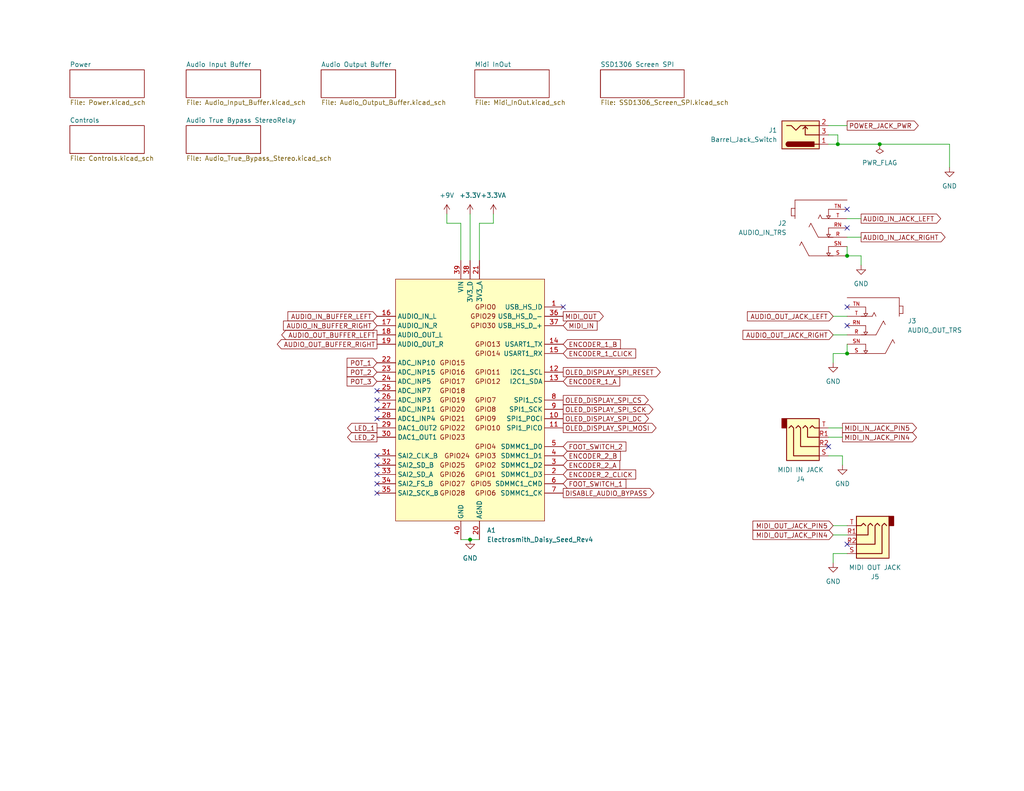
<source format=kicad_sch>
(kicad_sch (version 20230121) (generator eeschema)
  (paper "USLetter")
  (title_block (title "Daisy Seed Guitar Pedal 125B") (date "2023-01-27") (rev "1") (company "Made by Keith Shepherd (kshep@mac.com)") (comment 1 "https://github.com/electro-smith/Hardware/blob/master/reference/daisy_petal/") (comment 2 "Schematic loosly based on the Electro-Smith Daisy Petal Reference Hardware Rev 5"))
  (lib_symbols
    (symbol "Connector:AudioJack4"
      (property "Reference" "J" (at 0 8.89 0))
      (property "Value" "AudioJack4" (at 0 6.35 0))
      (symbol "AudioJack4_0_1"
        (rectangle (start -6.35 -5.08) (end -7.62 -7.62) (stroke (width 0.254)) (fill (type outline)))
        (polyline (pts (xy 0 -5.08) (xy 0.635 -5.715) (xy 1.27 -5.08) (xy 2.54 -5.08)) (stroke (width 0.254)))
        (polyline (pts (xy -5.715 -5.08) (xy -5.08 -5.715) (xy -4.445 -5.08) (xy -4.445 2.54) (xy 2.54 2.54)) (stroke (width 0.254)))
        (polyline (pts (xy -1.905 -5.08) (xy -1.27 -5.715) (xy -0.635 -5.08) (xy -0.635 -2.54) (xy 2.54 -2.54)) (stroke (width 0.254)))
        (polyline (pts (xy 2.54 0) (xy -2.54 0) (xy -2.54 -5.08) (xy -3.175 -5.715) (xy -3.81 -5.08)) (stroke (width 0.254)))
        (rectangle (start 2.54 3.81) (end -6.35 -7.62) (stroke (width 0.254)) (fill (type background)))
      )
      (symbol "AudioJack4_1_1"
        (pin passive line (at 5.08 -2.54 180) (length 2.54) (name "~") (number "R1"))
        (pin passive line (at 5.08 0 180) (length 2.54) (name "~") (number "R2"))
        (pin passive line (at 5.08 2.54 180) (length 2.54) (name "~") (number "S"))
        (pin passive line (at 5.08 -5.08 180) (length 2.54) (name "~") (number "T"))
      )
    )
    (symbol "Connector:Barrel_Jack_Switch" (pin_names hide)
      (property "Reference" "J" (at 0 5.334 0))
      (property "Value" "Barrel_Jack_Switch" (at 0 -5.08 0))
      (symbol "Barrel_Jack_Switch_0_1"
        (rectangle (start -5.08 3.81) (end 5.08 -3.81) (stroke (width 0.254)) (fill (type background)))
        (arc (start -3.302 3.175) (mid -3.9343 2.54) (end -3.302 1.905) (stroke (width 0.254)))
        (arc (start -3.302 3.175) (mid -3.9343 2.54) (end -3.302 1.905) (stroke (width 0.254)) (fill (type outline)))
        (polyline (pts (xy 1.27 -2.286) (xy 1.905 -1.651)) (stroke (width 0.254)))
        (polyline (pts (xy 5.08 2.54) (xy 3.81 2.54)) (stroke (width 0.254)))
        (polyline (pts (xy 5.08 0) (xy 1.27 0) (xy 1.27 -2.286) (xy 0.635 -1.651)) (stroke (width 0.254)))
        (polyline (pts (xy -3.81 -2.54) (xy -2.54 -2.54) (xy -1.27 -1.27) (xy 0 -2.54) (xy 2.54 -2.54) (xy 5.08 -2.54)) (stroke (width 0.254)))
        (rectangle (start 3.683 3.175) (end -3.302 1.905) (stroke (width 0.254)) (fill (type outline)))
      )
      (symbol "Barrel_Jack_Switch_1_1"
        (pin passive line (at 7.62 2.54 180) (length 2.54) (name "~") (number "1"))
        (pin passive line (at 7.62 -2.54 180) (length 2.54) (name "~") (number "2"))
        (pin passive line (at 7.62 0 180) (length 2.54) (name "~") (number "3"))
      )
    )
    (symbol "Electrosmith_Daisy_Seed:Electrosmith_Daisy_Seed_Rev4"
      (property "Reference" "A" (at -20.32 34.29 0))
      (property "Value" "Electrosmith_Daisy_Seed_Rev4" (at 33.02 34.29 0))
      (symbol "Electrosmith_Daisy_Seed_Rev4_0_0"
        (text "GPIO0" (at 1.27 25.4 0) (effects (font (size 1.27 1.27)) (justify left)))
        (text "GPIO1" (at 1.27 -20.32 0) (effects (font (size 1.27 1.27)) (justify left)))
        (text "GPIO10" (at 1.27 -7.62 0) (effects (font (size 1.27 1.27)) (justify left)))
        (text "GPIO11" (at 1.27 7.62 0) (effects (font (size 1.27 1.27)) (justify left)))
        (text "GPIO12" (at 1.27 5.08 0) (effects (font (size 1.27 1.27)) (justify left)))
        (text "GPIO13" (at 1.27 15.24 0) (effects (font (size 1.27 1.27)) (justify left)))
        (text "GPIO14" (at 1.27 12.7 0) (effects (font (size 1.27 1.27)) (justify left)))
        (text "GPIO15" (at -1.27 10.16 0) (effects (font (size 1.27 1.27)) (justify right)))
        (text "GPIO16" (at -1.27 7.62 0) (effects (font (size 1.27 1.27)) (justify right)))
        (text "GPIO17" (at -1.27 5.08 0) (effects (font (size 1.27 1.27)) (justify right)))
        (text "GPIO18" (at -1.27 2.54 0) (effects (font (size 1.27 1.27)) (justify right)))
        (text "GPIO19" (at -1.27 0 0) (effects (font (size 1.27 1.27)) (justify right)))
        (text "GPIO2" (at 1.27 -17.78 0) (effects (font (size 1.27 1.27)) (justify left)))
        (text "GPIO20" (at -1.27 -2.54 0) (effects (font (size 1.27 1.27)) (justify right)))
        (text "GPIO21" (at -1.27 -5.08 0) (effects (font (size 1.27 1.27)) (justify right)))
        (text "GPIO22" (at -1.27 -7.62 0) (effects (font (size 1.27 1.27)) (justify right)))
        (text "GPIO23" (at -1.27 -10.16 0) (effects (font (size 1.27 1.27)) (justify right)))
        (text "GPIO24" (at 0 -15.24 0) (effects (font (size 1.27 1.27)) (justify right)))
        (text "GPIO25" (at -1.27 -17.78 0) (effects (font (size 1.27 1.27)) (justify right)))
        (text "GPIO26" (at -1.27 -20.32 0) (effects (font (size 1.27 1.27)) (justify right)))
        (text "GPIO27" (at -1.27 -22.86 0) (effects (font (size 1.27 1.27)) (justify right)))
        (text "GPIO28" (at -1.27 -25.4 0) (effects (font (size 1.27 1.27)) (justify right)))
        (text "GPIO29" (at 0 22.86 0) (effects (font (size 1.27 1.27)) (justify left)))
        (text "GPIO3" (at 1.27 -15.24 0) (effects (font (size 1.27 1.27)) (justify left)))
        (text "GPIO30" (at 0 20.32 0) (effects (font (size 1.27 1.27)) (justify left)))
        (text "GPIO4" (at 1.27 -12.7 0) (effects (font (size 1.27 1.27)) (justify left)))
        (text "GPIO5" (at 0 -22.86 0) (effects (font (size 1.27 1.27)) (justify left)))
        (text "GPIO6" (at 1.27 -25.4 0) (effects (font (size 1.27 1.27)) (justify left)))
        (text "GPIO7" (at 1.27 0 0) (effects (font (size 1.27 1.27)) (justify left)))
        (text "GPIO8" (at 1.27 -2.54 0) (effects (font (size 1.27 1.27)) (justify left)))
        (text "GPIO9" (at 1.27 -5.08 0) (effects (font (size 1.27 1.27)) (justify left)))
        (pin bidirectional line (at 25.4 25.4 180) (length 5.08) (name "USB_HS_ID") (number "1"))
        (pin bidirectional line (at 25.4 -5.08 180) (length 5.08) (name "SPI1_POCI") (number "10"))
        (pin bidirectional line (at 25.4 -7.62 180) (length 5.08) (name "SPI1_PICO") (number "11"))
        (pin bidirectional line (at 25.4 7.62 180) (length 5.08) (name "I2C1_SCL") (number "12"))
        (pin bidirectional line (at 25.4 5.08 180) (length 5.08) (name "I2C1_SDA") (number "13"))
        (pin bidirectional line (at 25.4 15.24 180) (length 5.08) (name "USART1_TX") (number "14"))
        (pin bidirectional line (at 25.4 12.7 180) (length 5.08) (name "USART1_RX") (number "15"))
        (pin input line (at -25.4 22.86 0) (length 5.08) (name "AUDIO_IN_L") (number "16"))
        (pin input line (at -25.4 20.32 0) (length 5.08) (name "AUDIO_IN_R") (number "17"))
        (pin output line (at -25.4 17.78 0) (length 5.08) (name "AUDIO_OUT_L") (number "18"))
        (pin output line (at -25.4 15.24 0) (length 5.08) (name "AUDIO_OUT_R") (number "19"))
        (pin bidirectional line (at 25.4 -20.32 180) (length 5.08) (name "SDMMC1_D3") (number "2"))
        (pin power_in line (at 2.54 -38.1 90) (length 5.08) (name "AGND") (number "20"))
        (pin power_out line (at 2.54 38.1 270) (length 5.08) (name "3V3_A") (number "21"))
        (pin bidirectional line (at -25.4 10.16 0) (length 5.08) (name "ADC_INP10") (number "22"))
        (pin bidirectional line (at -25.4 7.62 0) (length 5.08) (name "ADC_INP15") (number "23"))
        (pin bidirectional line (at -25.4 5.08 0) (length 5.08) (name "ADC_INP5") (number "24"))
        (pin bidirectional line (at -25.4 2.54 0) (length 5.08) (name "ADC_INP7") (number "25"))
        (pin bidirectional line (at -25.4 0 0) (length 5.08) (name "ADC_INP3") (number "26"))
        (pin bidirectional line (at -25.4 -2.54 0) (length 5.08) (name "ADC_INP11") (number "27"))
        (pin bidirectional line (at -25.4 -5.08 0) (length 5.08) (name "ADC1_INP4") (number "28"))
        (pin bidirectional line (at -25.4 -7.62 0) (length 5.08) (name "DAC1_OUT2") (number "29"))
        (pin bidirectional line (at 25.4 -17.78 180) (length 5.08) (name "SDMMC1_D2") (number "3"))
        (pin bidirectional line (at -25.4 -10.16 0) (length 5.08) (name "DAC1_OUT1") (number "30"))
        (pin bidirectional line (at -25.4 -15.24 0) (length 5.08) (name "SAI2_CLK_B") (number "31"))
        (pin bidirectional line (at -25.4 -17.78 0) (length 5.08) (name "SAI2_SD_B") (number "32"))
        (pin bidirectional line (at -25.4 -20.32 0) (length 5.08) (name "SAI2_SD_A") (number "33"))
        (pin bidirectional line (at -25.4 -22.86 0) (length 5.08) (name "SAI2_FS_B") (number "34"))
        (pin bidirectional line (at -25.4 -25.4 0) (length 5.08) (name "SAI2_SCK_B") (number "35"))
        (pin bidirectional line (at 25.4 22.86 180) (length 5.08) (name "USB_HS_D_-") (number "36"))
        (pin bidirectional line (at 25.4 20.32 180) (length 5.08) (name "USB_HS_D_+") (number "37"))
        (pin power_out line (at 0 38.1 270) (length 5.08) (name "3V3_D") (number "38"))
        (pin power_in line (at -2.54 38.1 270) (length 5.08) (name "VIN") (number "39"))
        (pin bidirectional line (at 25.4 -15.24 180) (length 5.08) (name "SDMMC1_D1") (number "4"))
        (pin power_in line (at -2.54 -38.1 90) (length 5.08) (name "GND") (number "40"))
        (pin bidirectional line (at 25.4 -12.7 180) (length 5.08) (name "SDMMC1_D0") (number "5"))
        (pin bidirectional line (at 25.4 -22.86 180) (length 5.08) (name "SDMMC1_CMD") (number "6"))
        (pin bidirectional line (at 25.4 -25.4 180) (length 5.08) (name "SDMMC1_CK") (number "7"))
        (pin bidirectional line (at 25.4 0 180) (length 5.08) (name "SPI1_CS") (number "8"))
        (pin bidirectional line (at 25.4 -2.54 180) (length 5.08) (name "SPI1_SCK") (number "9"))
      )
      (symbol "Electrosmith_Daisy_Seed_Rev4_0_1"
        (rectangle (start -20.32 33.02) (end 20.32 -33.02) (fill (type background)))
      )
    )
    (symbol "NMJ6HCD2:NMJ6HCD2" (pin_names (offset 1.016))
      (property "Reference" "J" (at -7.6236 8.1319 0))
      (property "Value" "NMJ6HCD2" (at -7.6298 -10.1747 0))
      (symbol "NMJ6HCD2_0_0"
        (polyline (pts (xy -7.62 -5.334) (xy -6.604 -5.334)) (stroke (width 0.1524)))
        (polyline (pts (xy -7.62 -3.302) (xy -7.62 -5.334)) (stroke (width 0.1524)))
        (polyline (pts (xy -6.604 -7.62) (xy -6.604 -5.334)) (stroke (width 0.1524)))
        (polyline (pts (xy -6.604 -5.334) (xy -6.604 -3.302)) (stroke (width 0.1524)))
        (polyline (pts (xy -6.604 -3.302) (xy -7.62 -3.302)) (stroke (width 0.1524)))
        (polyline (pts (xy -6.604 -2.54) (xy -6.604 -3.302)) (stroke (width 0.1524)))
        (polyline (pts (xy -4.826 3.81) (xy -5.334 4.826)) (stroke (width 0.1524)))
        (polyline (pts (xy -2.794 7.62) (xy -4.826 3.81)) (stroke (width 0.1524)))
        (polyline (pts (xy -2.286 -1.27) (xy -2.794 -0.254)) (stroke (width 0.1524)))
        (polyline (pts (xy -0.254 2.54) (xy -2.286 -1.27)) (stroke (width 0.1524)))
        (polyline (pts (xy 0.254 -3.556) (xy -0.254 -2.54)) (stroke (width 0.1524)))
        (polyline (pts (xy 0.762 -2.54) (xy 0.254 -3.556)) (stroke (width 0.1524)))
        (polyline (pts (xy 2.032 -3.302) (xy 2.54 -3.302)) (stroke (width 0.1524)))
        (polyline (pts (xy 2.032 1.778) (xy 2.54 1.778)) (stroke (width 0.1524)))
        (polyline (pts (xy 2.032 6.858) (xy 2.54 6.858)) (stroke (width 0.1524)))
        (polyline (pts (xy 2.54 -3.302) (xy 2.54 -5.08)) (stroke (width 0.1524)))
        (polyline (pts (xy 2.54 -3.302) (xy 3.048 -3.302)) (stroke (width 0.1524)))
        (polyline (pts (xy 2.54 -2.54) (xy 0.762 -2.54)) (stroke (width 0.1524)))
        (polyline (pts (xy 2.54 -2.54) (xy 2.032 -3.302)) (stroke (width 0.1524)))
        (polyline (pts (xy 2.54 1.778) (xy 2.54 0)) (stroke (width 0.1524)))
        (polyline (pts (xy 2.54 1.778) (xy 3.048 1.778)) (stroke (width 0.1524)))
        (polyline (pts (xy 2.54 2.54) (xy -0.254 2.54)) (stroke (width 0.1524)))
        (polyline (pts (xy 2.54 2.54) (xy 2.032 1.778)) (stroke (width 0.1524)))
        (polyline (pts (xy 2.54 6.858) (xy 2.54 5.08)) (stroke (width 0.1524)))
        (polyline (pts (xy 2.54 6.858) (xy 3.048 6.858)) (stroke (width 0.1524)))
        (polyline (pts (xy 2.54 7.62) (xy -2.794 7.62)) (stroke (width 0.1524)))
        (polyline (pts (xy 2.54 7.62) (xy 2.032 6.858)) (stroke (width 0.1524)))
        (polyline (pts (xy 3.048 -3.302) (xy 2.54 -2.54)) (stroke (width 0.1524)))
        (polyline (pts (xy 3.048 1.778) (xy 2.54 2.54)) (stroke (width 0.1524)))
        (polyline (pts (xy 3.048 6.858) (xy 2.54 7.62)) (stroke (width 0.1524)))
        (polyline (pts (xy 3.81 -2.54) (xy 2.54 -2.54)) (stroke (width 0.1524)))
        (polyline (pts (xy 3.81 2.54) (xy 2.54 2.54)) (stroke (width 0.1524)))
        (polyline (pts (xy 3.81 7.62) (xy 2.54 7.62)) (stroke (width 0.1524)))
        (polyline (pts (xy 7.62 -7.62) (xy -6.604 -7.62)) (stroke (width 0.1524)))
        (pin passive line (at 7.62 2.54 180) (length 5.08) (name "~") (number "R"))
        (pin passive line (at 7.62 0 180) (length 5.08) (name "~") (number "RN"))
        (pin passive line (at 7.62 7.62 180) (length 5.08) (name "~") (number "S"))
        (pin passive line (at 7.62 5.08 180) (length 5.08) (name "~") (number "SN"))
        (pin passive line (at 7.62 -2.54 180) (length 5.08) (name "~") (number "T"))
        (pin passive line (at 7.62 -5.08 180) (length 5.08) (name "~") (number "TN"))
      )
    )
    (symbol "power:+3.3V" (power) (pin_names (offset 0))
      (property "Value" "+3.3V" (at 0 3.556 0))
      (symbol "+3.3V_0_1"
        (polyline (pts (xy -0.762 1.27) (xy 0 2.54)))
        (polyline (pts (xy 0 0) (xy 0 2.54)))
        (polyline (pts (xy 0 2.54) (xy 0.762 1.27)))
      )
      (symbol "+3.3V_1_1"
        (pin power_in line (at 0 0 90) (length 0) hide (name "+3.3V") (number "1"))
      )
    )
    (symbol "power:+3.3VA" (power) (pin_names (offset 0))
      (property "Value" "+3.3VA" (at 0 3.556 0))
      (symbol "+3.3VA_0_1"
        (polyline (pts (xy -0.762 1.27) (xy 0 2.54)))
        (polyline (pts (xy 0 0) (xy 0 2.54)))
        (polyline (pts (xy 0 2.54) (xy 0.762 1.27)))
      )
      (symbol "+3.3VA_1_1"
        (pin power_in line (at 0 0 90) (length 0) hide (name "+3.3VA") (number "1"))
      )
    )
    (symbol "power:+9V" (power) (pin_names (offset 0))
      (property "Value" "+9V" (at 0 3.556 0))
      (symbol "+9V_0_1"
        (polyline (pts (xy -0.762 1.27) (xy 0 2.54)))
        (polyline (pts (xy 0 0) (xy 0 2.54)))
        (polyline (pts (xy 0 2.54) (xy 0.762 1.27)))
      )
      (symbol "+9V_1_1"
        (pin power_in line (at 0 0 90) (length 0) hide (name "+9V") (number "1"))
      )
    )
    (symbol "power:GND" (power) (pin_names (offset 0))
      (property "Value" "GND" (at 0 -3.81 0))
      (symbol "GND_0_1"
        (polyline (pts (xy 0 0) (xy 0 -1.27) (xy 1.27 -1.27) (xy 0 -2.54) (xy -1.27 -1.27) (xy 0 -1.27)))
      )
      (symbol "GND_1_1"
        (pin power_in line (at 0 0 270) (length 0) hide (name "GND") (number "1"))
      )
    )
    (symbol "power:PWR_FLAG" (power) (pin_numbers hide) (pin_names (offset 0) hide)
      (property "Value" "PWR_FLAG" (at 0 3.81 0))
      (symbol "PWR_FLAG_0_0"
        (pin power_out line (at 0 0 90) (length 0) (name "pwr") (number "1"))
      )
      (symbol "PWR_FLAG_0_1"
        (polyline (pts (xy 0 0) (xy 0 1.27) (xy -1.016 1.905) (xy 0 2.54) (xy 1.016 1.905) (xy 0 1.27)))
      )
    )
  )
  (junction (at 231.14 69.85))
  (junction (at 228.6 39.37))
  (junction (at 128.27 147.32))
  (junction (at 231.14 96.52))
  (junction (at 240.03 39.37))
  (no_connect (at 231.14 83.82))
  (no_connect (at 231.14 57.15))
  (no_connect (at 102.87 127))
  (no_connect (at 102.87 132.08))
  (no_connect (at 231.14 88.9))
  (no_connect (at 102.87 111.76))
  (no_connect (at 153.67 83.82))
  (no_connect (at 102.87 129.54))
  (no_connect (at 102.87 106.68))
  (no_connect (at 231.14 148.59))
  (no_connect (at 102.87 109.22))
  (no_connect (at 226.06 121.92))
  (no_connect (at 102.87 114.3))
  (no_connect (at 231.14 62.23))
  (no_connect (at 102.87 134.62))
  (no_connect (at 102.87 124.46))
  (wire (pts (xy 121.92 58.42) (xy 121.92 60.96)))
  (wire (pts (xy 130.81 71.12) (xy 130.81 60.96)))
  (wire (pts (xy 227.33 143.51) (xy 231.14 143.51)))
  (wire (pts (xy 226.06 36.83) (xy 228.6 36.83)))
  (wire (pts (xy 229.87 127) (xy 229.87 124.46)))
  (wire (pts (xy 226.06 34.29) (xy 231.14 34.29)))
  (wire (pts (xy 125.73 71.12) (xy 125.73 60.96)))
  (wire (pts (xy 259.08 45.72) (xy 259.08 39.37)))
  (wire (pts (xy 228.6 36.83) (xy 228.6 39.37)))
  (wire (pts (xy 227.33 86.36) (xy 231.14 86.36)))
  (wire (pts (xy 125.73 147.32) (xy 128.27 147.32)))
  (wire (pts (xy 125.73 60.96) (xy 121.92 60.96)))
  (wire (pts (xy 130.81 60.96) (xy 134.62 60.96)))
  (wire (pts (xy 234.95 69.85) (xy 234.95 72.39)))
  (wire (pts (xy 227.33 151.13) (xy 227.33 153.67)))
  (wire (pts (xy 229.87 119.38) (xy 226.06 119.38)))
  (wire (pts (xy 234.95 59.69) (xy 231.14 59.69)))
  (wire (pts (xy 231.14 151.13) (xy 227.33 151.13)))
  (wire (pts (xy 227.33 91.44) (xy 231.14 91.44)))
  (wire (pts (xy 128.27 147.32) (xy 130.81 147.32)))
  (wire (pts (xy 240.03 39.37) (xy 259.08 39.37)))
  (wire (pts (xy 231.14 69.85) (xy 231.14 67.31)))
  (wire (pts (xy 128.27 58.42) (xy 128.27 71.12)))
  (wire (pts (xy 227.33 96.52) (xy 227.33 99.06)))
  (wire (pts (xy 234.95 64.77) (xy 231.14 64.77)))
  (wire (pts (xy 226.06 116.84) (xy 229.87 116.84)))
  (wire (pts (xy 226.06 124.46) (xy 229.87 124.46)))
  (wire (pts (xy 134.62 58.42) (xy 134.62 60.96)))
  (wire (pts (xy 226.06 39.37) (xy 228.6 39.37)))
  (wire (pts (xy 228.6 39.37) (xy 240.03 39.37)))
  (wire (pts (xy 234.95 69.85) (xy 231.14 69.85)))
  (wire (pts (xy 227.33 146.05) (xy 231.14 146.05)))
  (wire (pts (xy 227.33 96.52) (xy 231.14 96.52)))
  (wire (pts (xy 231.14 93.98) (xy 231.14 96.52)))
  (global_label "AUDIO_OUT_JACK_LEFT" (shape input) (at 227.33 86.36 180) (property "Intersheetrefs" "${INTERSHEET_REFS}" (effects hide)))
  (global_label "OLED_DISPLAY_SPI_SCK" (shape output) (at 153.67 111.76 0) (property "Intersheetrefs" "${INTERSHEET_REFS}" (effects hide)))
  (global_label "AUDIO_IN_JACK_LEFT" (shape output) (at 234.95 59.69 0) (property "Intersheetrefs" "${INTERSHEET_REFS}" (effects hide)))
  (global_label "ENCODER_2_B" (shape input) (at 153.67 124.46 0) (property "Intersheetrefs" "${INTERSHEET_REFS}" (effects hide)))
  (global_label "FOOT_SWITCH_2" (shape input) (at 153.67 121.92 0) (property "Intersheetrefs" "${INTERSHEET_REFS}" (effects hide)))
  (global_label "MIDI_IN" (shape input) (at 153.67 88.9 0) (property "Intersheetrefs" "${INTERSHEET_REFS}" (effects hide)))
  (global_label "ENCODER_1_CLICK" (shape input) (at 153.67 96.52 0) (property "Intersheetrefs" "${INTERSHEET_REFS}" (effects hide)))
  (global_label "OLED_DISPLAY_SPI_DC" (shape output) (at 153.67 114.3 0) (property "Intersheetrefs" "${INTERSHEET_REFS}" (effects hide)))
  (global_label "MIDI_IN_JACK_PIN4" (shape output) (at 229.87 119.38 0) (property "Intersheetrefs" "${INTERSHEET_REFS}" (effects hide)))
  (global_label "OLED_DISPLAY_SPI_RESET" (shape output) (at 153.67 101.6 0) (property "Intersheetrefs" "${INTERSHEET_REFS}" (effects hide)))
  (global_label "POWER_JACK_PWR" (shape output) (at 231.14 34.29 0) (property "Intersheetrefs" "${INTERSHEET_REFS}" (effects hide)))
  (global_label "ENCODER_1_B" (shape input) (at 153.67 93.98 0) (property "Intersheetrefs" "${INTERSHEET_REFS}" (effects hide)))
  (global_label "MIDI_OUT_JACK_PIN5" (shape input) (at 227.33 143.51 180) (property "Intersheetrefs" "${INTERSHEET_REFS}" (effects hide)))
  (global_label "AUDIO_OUT_BUFFER_RIGHT" (shape output) (at 102.87 93.98 180) (property "Intersheetrefs" "${INTERSHEET_REFS}" (effects hide)))
  (global_label "AUDIO_IN_BUFFER_LEFT" (shape input) (at 102.87 86.36 180) (property "Intersheetrefs" "${INTERSHEET_REFS}" (effects hide)))
  (global_label "ENCODER_2_A" (shape input) (at 153.67 127 0) (property "Intersheetrefs" "${INTERSHEET_REFS}" (effects hide)))
  (global_label "OLED_DISPLAY_SPI_MOSI" (shape output) (at 153.67 116.84 0) (property "Intersheetrefs" "${INTERSHEET_REFS}" (effects hide)))
  (global_label "MIDI_OUT" (shape output) (at 153.67 86.36 0) (property "Intersheetrefs" "${INTERSHEET_REFS}" (effects hide)))
  (global_label "LED_1" (shape output) (at 102.87 116.84 180) (property "Intersheetrefs" "${INTERSHEET_REFS}" (effects hide)))
  (global_label "FOOT_SWITCH_1" (shape input) (at 153.67 132.08 0) (property "Intersheetrefs" "${INTERSHEET_REFS}" (effects hide)))
  (global_label "ENCODER_2_CLICK" (shape input) (at 153.67 129.54 0) (property "Intersheetrefs" "${INTERSHEET_REFS}" (effects hide)))
  (global_label "DISABLE_AUDIO_BYPASS" (shape output) (at 153.67 134.62 0) (property "Intersheetrefs" "${INTERSHEET_REFS}" (effects hide)))
  (global_label "MIDI_OUT_JACK_PIN4" (shape input) (at 227.33 146.05 180) (property "Intersheetrefs" "${INTERSHEET_REFS}" (effects hide)))
  (global_label "AUDIO_OUT_BUFFER_LEFT" (shape output) (at 102.87 91.44 180) (property "Intersheetrefs" "${INTERSHEET_REFS}" (effects hide)))
  (global_label "LED_2" (shape output) (at 102.87 119.38 180) (property "Intersheetrefs" "${INTERSHEET_REFS}" (effects hide)))
  (global_label "ENCODER_1_A" (shape input) (at 153.67 104.14 0) (property "Intersheetrefs" "${INTERSHEET_REFS}" (effects hide)))
  (global_label "AUDIO_IN_BUFFER_RIGHT" (shape input) (at 102.87 88.9 180) (property "Intersheetrefs" "${INTERSHEET_REFS}" (effects hide)))
  (global_label "POT_2" (shape input) (at 102.87 101.6 180) (property "Intersheetrefs" "${INTERSHEET_REFS}" (effects hide)))
  (global_label "OLED_DISPLAY_SPI_CS" (shape output) (at 153.67 109.22 0) (property "Intersheetrefs" "${INTERSHEET_REFS}" (effects hide)))
  (global_label "AUDIO_IN_JACK_RIGHT" (shape output) (at 234.95 64.77 0) (property "Intersheetrefs" "${INTERSHEET_REFS}" (effects hide)))
  (global_label "POT_1" (shape input) (at 102.87 99.06 180) (property "Intersheetrefs" "${INTERSHEET_REFS}" (effects hide)))
  (global_label "AUDIO_OUT_JACK_RIGHT" (shape input) (at 227.33 91.44 180) (property "Intersheetrefs" "${INTERSHEET_REFS}" (effects hide)))
  (global_label "MIDI_IN_JACK_PIN5" (shape output) (at 229.87 116.84 0) (property "Intersheetrefs" "${INTERSHEET_REFS}" (effects hide)))
  (global_label "POT_3" (shape input) (at 102.87 104.14 180) (property "Intersheetrefs" "${INTERSHEET_REFS}" (effects hide)))
  (symbol (lib_id "power:+3.3V") (at 128.27 58.42 0) (unit 1)
    (property "Reference" "#PWR026" (effects hide))
    (property "Value" "+3.3V" (at 128.27 53.34 0))
  )
  (symbol (lib_id "Electrosmith_Daisy_Seed:Electrosmith_Daisy_Seed_Rev4") (at 128.27 109.22 0) (unit 1)
    (property "Reference" "A1" (at 132.8294 144.78 0) (effects (justify left)))
    (property "Value" "Electrosmith_Daisy_Seed_Rev4" (at 132.8294 147.32 0) (effects (justify left)))
    (property "Footprint" "DaisySeed:Electrosmith_Daisy_Seed" (effects hide))
    (property "Datasheet" "https://static1.squarespace.com/static/58d03fdc1b10e3bf442567b8/t/6227e6236f02fb68d1577146/1646781988478/Daisy_Seed_datasheet_v1.0.3.pdf" (effects hide))
  )
  (symbol (lib_id "power:GND") (at 227.33 153.67 0) (unit 1)
    (property "Reference" "#PWR0113" (effects hide))
    (property "Value" "GND" (at 227.33 158.75 0))
  )
  (symbol (lib_id "power:GND") (at 128.27 147.32 0) (unit 1)
    (property "Reference" "#PWR027" (effects hide))
    (property "Value" "GND" (at 128.27 152.4 0))
  )
  (symbol (lib_id "power:GND") (at 234.95 72.39 0) (mirror y) (unit 1)
    (property "Reference" "#PWR0111" (effects hide))
    (property "Value" "GND" (at 234.95 77.47 0))
  )
  (symbol (lib_id "Connector:Barrel_Jack_Switch") (at 218.44 36.83 0) (mirror x) (unit 1)
    (property "Reference" "J1" (at 212.09 35.5599 0) (effects (justify right)))
    (property "Value" "Barrel_Jack_Switch" (at 212.09 38.0999 0) (effects (justify right)))
    (property "Footprint" "Keiths_Reusable_Footprints:CaliforniaJOS_PowerJack" (effects hide))
  )
  (symbol (lib_id "Connector:AudioJack4") (at 236.22 148.59 180) (unit 1)
    (property "Reference" "J5" (at 238.76 157.48 0))
    (property "Value" "MIDI OUT JACK" (at 238.76 154.94 0))
    (property "Footprint" "AudioConnector-PJ320A:TRRS-PJ-320A" (effects hide))
  )
  (symbol (lib_id "power:+9V") (at 121.92 58.42 0) (unit 1)
    (property "Reference" "#PWR025" (effects hide))
    (property "Value" "+9V" (at 121.92 53.34 0))
  )
  (symbol (lib_id "NMJ6HCD2:NMJ6HCD2") (at 223.52 62.23 0) (mirror x) (unit 1)
    (property "Reference" "J2" (at 214.63 60.9599 0) (effects (justify right)))
    (property "Value" "AUDIO_IN_TRS" (at 214.63 63.4999 0) (effects (justify right)))
    (property "Footprint" "NMJ6HCD2:NEUTRIK_NMJ6HCD2" (effects hide))
    (property "STANDARD" "Manufacturer Recommendations" (effects hide))
    (property "PARTREV" "26.02.2021" (effects hide))
    (property "MAXIMUM_PACKAGE_HEIGHT" "15.67 mm" (effects hide))
    (property "MANUFACTURER" "Neutrik" (effects hide))
    (property "SNAPEDA_PN" "NMJ6HCD2" (effects hide))
  )
  (symbol (lib_id "power:GND") (at 227.33 99.06 0) (unit 1)
    (property "Reference" "#PWR0110" (effects hide))
    (property "Value" "GND" (at 227.33 104.14 0))
  )
  (symbol (lib_id "power:PWR_FLAG") (at 240.03 39.37 0) (mirror x) (unit 1)
    (property "Reference" "#FLG0101" (effects hide))
    (property "Value" "PWR_FLAG" (at 240.03 44.45 0))
  )
  (symbol (lib_id "power:GND") (at 229.87 127 0) (mirror y) (unit 1)
    (property "Reference" "#PWR0112" (effects hide))
    (property "Value" "GND" (at 229.87 132.08 0))
  )
  (symbol (lib_id "power:GND") (at 259.08 45.72 0) (mirror y) (unit 1)
    (property "Reference" "#PWR0114" (effects hide))
    (property "Value" "GND" (at 259.08 50.8 0))
  )
  (symbol (lib_id "power:+3.3VA") (at 134.62 58.42 0) (unit 1)
    (property "Reference" "#PWR0105" (effects hide))
    (property "Value" "+3.3VA" (at 134.62 53.34 0))
  )
  (symbol (lib_id "NMJ6HCD2:NMJ6HCD2") (at 238.76 88.9 180) (unit 1)
    (property "Reference" "J3" (at 247.65 87.6299 0) (effects (justify right)))
    (property "Value" "AUDIO_OUT_TRS" (at 247.65 90.1699 0) (effects (justify right)))
    (property "Footprint" "NMJ6HCD2:NEUTRIK_NMJ6HCD2" (effects hide))
    (property "STANDARD" "Manufacturer Recommendations" (effects hide))
    (property "PARTREV" "26.02.2021" (effects hide))
    (property "MAXIMUM_PACKAGE_HEIGHT" "15.67 mm" (effects hide))
    (property "MANUFACTURER" "Neutrik" (effects hide))
    (property "SNAPEDA_PN" "NMJ6HCD2" (effects hide))
  )
  (symbol (lib_id "Connector:AudioJack4") (at 220.98 121.92 0) (mirror x) (unit 1)
    (property "Reference" "J4" (at 218.44 130.81 0))
    (property "Value" "MIDI IN JACK" (at 218.44 128.27 0))
    (property "Footprint" "AudioConnector-PJ320A:TRRS-PJ-320A" (effects hide))
  )
  (sheet (at 163.83 19.05) (size 22.86 7.62) (stroke (width 0.1524))
    (property "Sheetname" "SSD1306 Screen SPI" (at 163.83 18.3384 0) (effects (justify left bottom)))
    (property "Sheetfile" "SSD1306_Screen_SPI.kicad_sch" (at 163.83 27.2546 0) (effects (justify left top)))
  )
  (sheet (at 50.8 19.05) (size 20.32 7.62) (stroke (width 0.1524))
    (property "Sheetname" "Audio Input Buffer" (at 50.8 18.3384 0) (effects (justify left bottom)))
    (property "Sheetfile" "Audio_Input_Buffer.kicad_sch" (at 50.8 27.2546 0) (effects (justify left top)))
  )
  (sheet (at 19.05 19.05) (size 20.32 7.62) (stroke (width 0.1524))
    (property "Sheetname" "Power" (at 19.05 18.3384 0) (effects (justify left bottom)))
    (property "Sheetfile" "Power.kicad_sch" (at 19.05 27.2546 0) (effects (justify left top)))
  )
  (sheet (at 87.63 19.05) (size 20.32 7.62) (stroke (width 0.1524))
    (property "Sheetname" "Audio Output Buffer" (at 87.63 18.3384 0) (effects (justify left bottom)))
    (property "Sheetfile" "Audio_Output_Buffer.kicad_sch" (at 87.63 27.2546 0) (effects (justify left top)))
  )
  (sheet (at 19.05 34.29) (size 20.32 7.62) (stroke (width 0.1524))
    (property "Sheetname" "Controls" (at 19.05 33.5784 0) (effects (justify left bottom)))
    (property "Sheetfile" "Controls.kicad_sch" (at 19.05 42.4946 0) (effects (justify left top)))
  )
  (sheet (at 129.54 19.05) (size 20.32 7.62) (stroke (width 0.1524))
    (property "Sheetname" "Midi InOut" (at 129.54 18.3384 0) (effects (justify left bottom)))
    (property "Sheetfile" "Midi_InOut.kicad_sch" (at 129.54 27.2546 0) (effects (justify left top)))
  )
  (sheet (at 50.8 34.29) (size 20.32 7.62) (stroke (width 0.1524))
    (property "Sheetname" "Audio True Bypass StereoRelay" (at 50.8 33.5784 0) (effects (justify left bottom)))
    (property "Sheetfile" "Audio_True_Bypass_Stereo.kicad_sch" (at 50.8 42.4946 0) (effects (justify left top)))
  )
)
</source>
